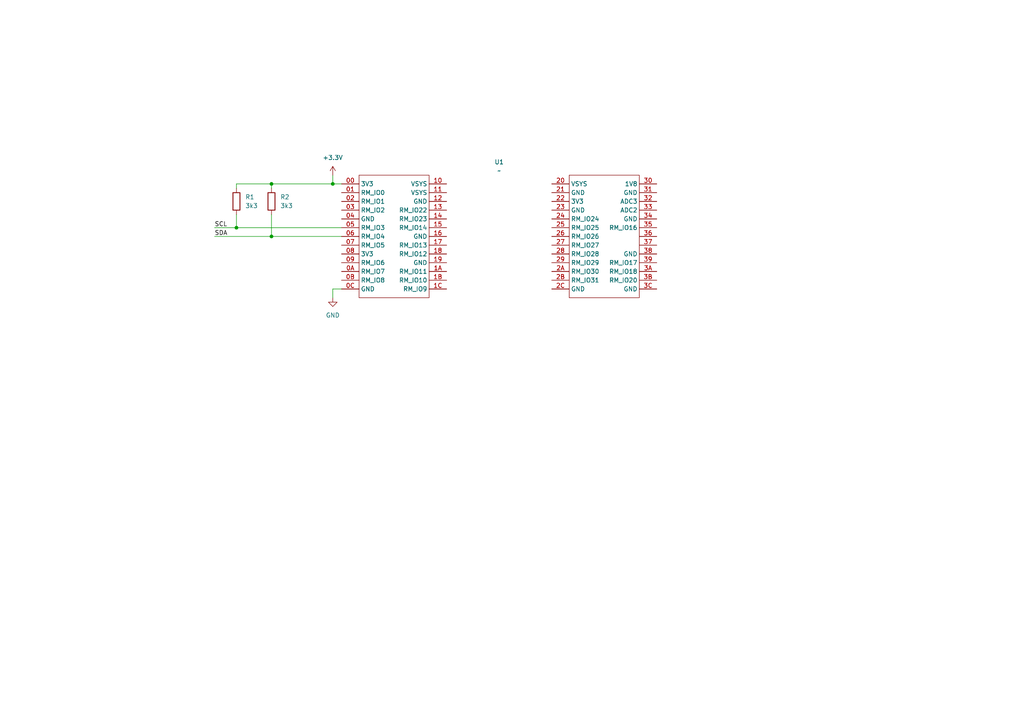
<source format=kicad_sch>
(kicad_sch (version 20250114) (generator "eeschema") (generator_version "9.0")
  (paper "A4")
  (lib_symbols
    (symbol "Device:R" (pin_numbers (hide yes)) (pin_names (offset 0))
      (property "Reference" "R" (at 2.032 0 90))
      (property "Value" "R" (at 0 0 90))
      (symbol "R_0_1"
        (rectangle (start -1.016 -2.54) (end 1.016 2.54) (stroke (width 0.254)))
      )
      (symbol "R_1_1"
        (pin passive line (at 0 3.81 270) (length 1.27) (name "~") (number "1"))
        (pin passive line (at 0 -3.81 90) (length 1.27) (name "~") (number "2"))
      )
    )
    (symbol "kicad_inventree_lib:LuckfoxLyraUltra"
      (property "Reference" "U" (at 0 2.54 0))
      (symbol "LuckfoxLyraUltra_0_1"
        (rectangle (start -40.64 43.18) (end -20.32 7.62))
        (rectangle (start 20.32 43.18) (end 40.64 7.62))
      )
      (symbol "LuckfoxLyraUltra_1_1"
        (pin power_out line (at -45.72 40.64 0) (length 5.08) (name "3V3") (number "00"))
        (pin bidirectional line (at -45.72 38.1 0) (length 5.08) (name "RM_IO0") (number "01"))
        (pin bidirectional line (at -45.72 35.56 0) (length 5.08) (name "RM_IO1") (number "02"))
        (pin bidirectional line (at -45.72 33.02 0) (length 5.08) (name "RM_IO2") (number "03"))
        (pin power_in line (at -45.72 30.48 0) (length 5.08) (name "GND") (number "04"))
        (pin bidirectional line (at -45.72 27.94 0) (length 5.08) (name "RM_IO3") (number "05"))
        (pin bidirectional line (at -45.72 25.4 0) (length 5.08) (name "RM_IO4") (number "06"))
        (pin bidirectional line (at -45.72 22.86 0) (length 5.08) (name "RM_IO5") (number "07"))
        (pin power_out line (at -45.72 20.32 0) (length 5.08) (name "3V3") (number "08"))
        (pin bidirectional line (at -45.72 17.78 0) (length 5.08) (name "RM_IO6") (number "09"))
        (pin bidirectional line (at -45.72 15.24 0) (length 5.08) (name "RM_IO7") (number "0A"))
        (pin bidirectional line (at -45.72 12.7 0) (length 5.08) (name "RM_IO8") (number "0B"))
        (pin power_in line (at -45.72 10.16 0) (length 5.08) (name "GND") (number "0C"))
        (pin power_in line (at -15.24 40.64 180) (length 5.08) (name "VSYS") (number "10"))
        (pin power_in line (at -15.24 38.1 180) (length 5.08) (name "VSYS") (number "11"))
        (pin power_in line (at -15.24 35.56 180) (length 5.08) (name "GND") (number "12"))
        (pin bidirectional line (at -15.24 33.02 180) (length 5.08) (name "RM_IO22") (number "13"))
        (pin bidirectional line (at -15.24 30.48 180) (length 5.08) (name "RM_IO23") (number "14"))
        (pin bidirectional line (at -15.24 27.94 180) (length 5.08) (name "RM_IO14") (number "15"))
        (pin power_in line (at -15.24 25.4 180) (length 5.08) (name "GND") (number "16"))
        (pin bidirectional line (at -15.24 22.86 180) (length 5.08) (name "RM_IO13") (number "17"))
        (pin bidirectional line (at -15.24 20.32 180) (length 5.08) (name "RM_IO12") (number "18"))
        (pin power_in line (at -15.24 17.78 180) (length 5.08) (name "GND") (number "19"))
        (pin bidirectional line (at -15.24 15.24 180) (length 5.08) (name "RM_IO11") (number "1A"))
        (pin bidirectional line (at -15.24 12.7 180) (length 5.08) (name "RM_IO10") (number "1B"))
        (pin bidirectional line (at -15.24 10.16 180) (length 5.08) (name "RM_IO9") (number "1C"))
        (pin power_in line (at 15.24 40.64 0) (length 5.08) (name "VSYS") (number "20"))
        (pin power_in line (at 15.24 38.1 0) (length 5.08) (name "GND") (number "21"))
        (pin power_out line (at 15.24 35.56 0) (length 5.08) (name "3V3") (number "22"))
        (pin power_in line (at 15.24 33.02 0) (length 5.08) (name "GND") (number "23"))
        (pin bidirectional line (at 15.24 30.48 0) (length 5.08) (name "RM_IO24") (number "24"))
        (pin bidirectional line (at 15.24 27.94 0) (length 5.08) (name "RM_IO25") (number "25"))
        (pin bidirectional line (at 15.24 25.4 0) (length 5.08) (name "RM_IO26") (number "26"))
        (pin bidirectional line (at 15.24 22.86 0) (length 5.08) (name "RM_IO27") (number "27"))
        (pin bidirectional line (at 15.24 20.32 0) (length 5.08) (name "RM_IO28") (number "28"))
        (pin bidirectional line (at 15.24 17.78 0) (length 5.08) (name "RM_IO29") (number "29"))
        (pin bidirectional line (at 15.24 15.24 0) (length 5.08) (name "RM_IO30") (number "2A"))
        (pin bidirectional line (at 15.24 12.7 0) (length 5.08) (name "RM_IO31") (number "2B"))
        (pin power_in line (at 15.24 10.16 0) (length 5.08) (name "GND") (number "2C"))
        (pin power_out line (at 45.72 40.64 180) (length 5.08) (name "1V8") (number "30"))
        (pin power_in line (at 45.72 38.1 180) (length 5.08) (name "GND") (number "31"))
        (pin input line (at 45.72 35.56 180) (length 5.08) (name "ADC3") (number "32"))
        (pin input line (at 45.72 33.02 180) (length 5.08) (name "ADC2") (number "33"))
        (pin power_in line (at 45.72 30.48 180) (length 5.08) (name "GND") (number "34"))
        (pin bidirectional line (at 45.72 27.94 180) (length 5.08) (name "RM_IO16") (number "35"))
        (pin bidirectional line (at 45.72 25.4 180) (length 5.08) (name "") (number "36"))
        (pin bidirectional line (at 45.72 22.86 180) (length 5.08) (name "") (number "37"))
        (pin power_in line (at 45.72 20.32 180) (length 5.08) (name "GND") (number "38"))
        (pin bidirectional line (at 45.72 17.78 180) (length 5.08) (name "RM_IO17") (number "39"))
        (pin bidirectional line (at 45.72 15.24 180) (length 5.08) (name "RM_IO18") (number "3A"))
        (pin bidirectional line (at 45.72 12.7 180) (length 5.08) (name "RM_IO20") (number "3B"))
        (pin power_in line (at 45.72 10.16 180) (length 5.08) (name "GND") (number "3C"))
      )
    )
    (symbol "power:+3.3V" (power) (pin_numbers (hide yes)) (pin_names (offset 0) (hide yes))
      (property "Value" "+3.3V" (at 0 3.556 0))
      (symbol "+3.3V_0_1"
        (polyline (pts (xy -0.762 1.27) (xy 0 2.54)))
        (polyline (pts (xy 0 2.54) (xy 0.762 1.27)))
        (polyline (pts (xy 0 0) (xy 0 2.54)))
      )
      (symbol "+3.3V_1_1"
        (pin power_in line (at 0 0 90) (length 0) (name "~") (number "1"))
      )
    )
    (symbol "power:GND" (power) (pin_numbers (hide yes)) (pin_names (offset 0) (hide yes))
      (property "Value" "GND" (at 0 -3.81 0))
      (symbol "GND_0_1"
        (polyline (pts (xy 0 0) (xy 0 -1.27) (xy 1.27 -1.27) (xy 0 -2.54) (xy -1.27 -1.27) (xy 0 -1.27)))
      )
      (symbol "GND_1_1"
        (pin power_in line (at 0 0 270) (length 0) (name "~") (number "1"))
      )
    )
  )
  (junction (at 78.74 68.58))
  (junction (at 68.58 66.04))
  (junction (at 78.74 53.34))
  (junction (at 96.52 53.34))
  (wire (pts (xy 96.52 53.34) (xy 96.52 50.8)))
  (wire (pts (xy 68.58 54.61) (xy 68.58 53.34)))
  (wire (pts (xy 62.23 66.04) (xy 68.58 66.04)))
  (wire (pts (xy 96.52 83.82) (xy 96.52 86.36)))
  (wire (pts (xy 78.74 53.34) (xy 78.74 54.61)))
  (wire (pts (xy 62.23 68.58) (xy 78.74 68.58)))
  (wire (pts (xy 78.74 53.34) (xy 96.52 53.34)))
  (wire (pts (xy 68.58 53.34) (xy 78.74 53.34)))
  (wire (pts (xy 78.74 68.58) (xy 99.06 68.58)))
  (wire (pts (xy 99.06 83.82) (xy 96.52 83.82)))
  (wire (pts (xy 68.58 66.04) (xy 99.06 66.04)))
  (wire (pts (xy 68.58 62.23) (xy 68.58 66.04)))
  (wire (pts (xy 96.52 53.34) (xy 99.06 53.34)))
  (wire (pts (xy 78.74 62.23) (xy 78.74 68.58)))
  (label "SCL" (at 62.23 66.04 0))
  (label "SDA" (at 62.23 68.58 0))
  (symbol (lib_id "Device:R") (at 78.74 58.42 0) (unit 1)
    (property "Reference" "R2" (at 81.28 57.1499 0) (effects (justify left)))
    (property "Value" "3k3" (at 81.28 59.6899 0) (effects (justify left)))
    (property "Description" "Resistor" (effects (hide yes)))
  )
  (symbol (lib_id "power:GND") (at 96.52 86.36 0) (unit 1)
    (property "Reference" "#PWR02" (effects (hide yes)))
    (property "Value" "GND" (at 96.52 91.44 0))
    (property "Description" "Power symbol creates a global label with name \"GND\" , ground" (effects (hide yes)))
  )
  (symbol (lib_id "Device:R") (at 68.58 58.42 0) (unit 1)
    (property "Reference" "R1" (at 71.12 57.1499 0) (effects (justify left)))
    (property "Value" "3k3" (at 71.12 59.6899 0) (effects (justify left)))
    (property "Description" "Resistor" (effects (hide yes)))
  )
  (symbol (lib_id "power:+3.3V") (at 96.52 50.8 0) (unit 1)
    (property "Reference" "#PWR01" (effects (hide yes)))
    (property "Value" "+3.3V" (at 96.52 45.72 0))
    (property "Description" "Power symbol creates a global label with name \"+3.3V\"" (effects (hide yes)))
  )
  (symbol (lib_id "kicad_inventree_lib:LuckfoxLyraUltra") (at 144.78 93.98 0) (unit 1)
    (property "Reference" "U1" (at 144.78 46.99 0))
    (property "Value" "~" (at 144.78 49.53 0))
    (property "Footprint" "kicad_inventree_lib:LuckfoxLyraUltra" (effects (hide yes)))
  )
)
</source>
